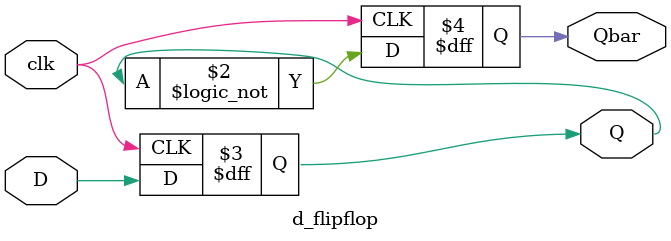
<source format=v>
`timescale 1ns / 1ps

module d_flipflop(input clk, input D, output reg Q, output reg Qbar);

    always @ (posedge clk)
    
    begin
        Q <= D;
        Qbar <= !Q;
    end
    
    
endmodule

</source>
